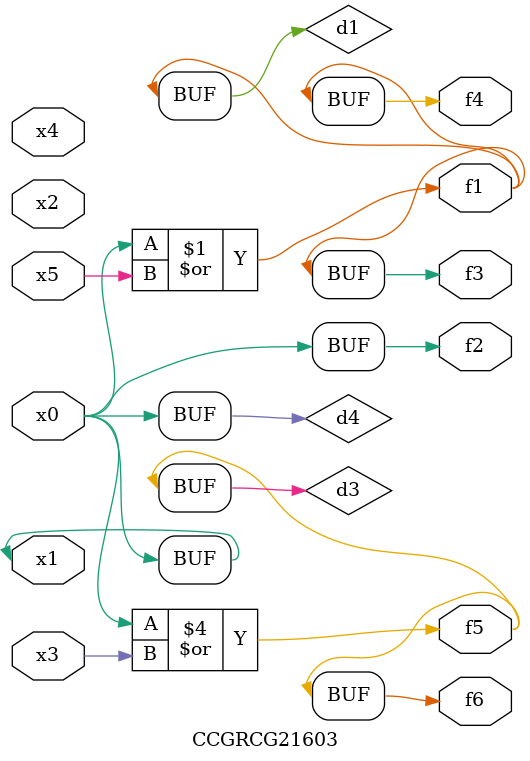
<source format=v>
module CCGRCG21603(
	input x0, x1, x2, x3, x4, x5,
	output f1, f2, f3, f4, f5, f6
);

	wire d1, d2, d3, d4;

	or (d1, x0, x5);
	xnor (d2, x1, x4);
	or (d3, x0, x3);
	buf (d4, x0, x1);
	assign f1 = d1;
	assign f2 = d4;
	assign f3 = d1;
	assign f4 = d1;
	assign f5 = d3;
	assign f6 = d3;
endmodule

</source>
